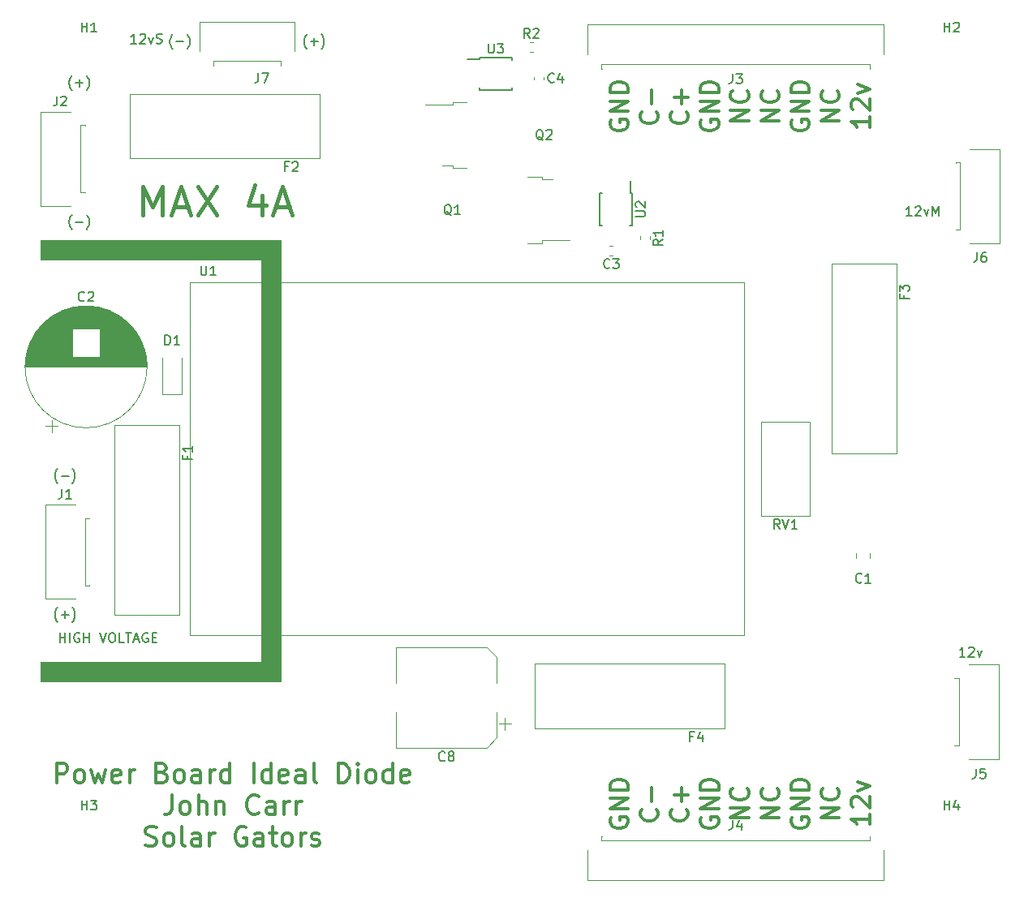
<source format=gbr>
G04 #@! TF.GenerationSoftware,KiCad,Pcbnew,(5.1.4)-1*
G04 #@! TF.CreationDate,2021-12-07T11:14:46-05:00*
G04 #@! TF.ProjectId,PowerBoard,506f7765-7242-46f6-9172-642e6b696361,rev?*
G04 #@! TF.SameCoordinates,Original*
G04 #@! TF.FileFunction,Legend,Top*
G04 #@! TF.FilePolarity,Positive*
%FSLAX46Y46*%
G04 Gerber Fmt 4.6, Leading zero omitted, Abs format (unit mm)*
G04 Created by KiCad (PCBNEW (5.1.4)-1) date 2021-12-07 11:14:46*
%MOMM*%
%LPD*%
G04 APERTURE LIST*
%ADD10C,0.300000*%
%ADD11C,0.450000*%
%ADD12C,0.150000*%
%ADD13C,0.100000*%
%ADD14C,0.120000*%
G04 APERTURE END LIST*
D10*
X61619047Y-114604761D02*
X61619047Y-112604761D01*
X62380952Y-112604761D01*
X62571428Y-112700000D01*
X62666666Y-112795238D01*
X62761904Y-112985714D01*
X62761904Y-113271428D01*
X62666666Y-113461904D01*
X62571428Y-113557142D01*
X62380952Y-113652380D01*
X61619047Y-113652380D01*
X63904761Y-114604761D02*
X63714285Y-114509523D01*
X63619047Y-114414285D01*
X63523809Y-114223809D01*
X63523809Y-113652380D01*
X63619047Y-113461904D01*
X63714285Y-113366666D01*
X63904761Y-113271428D01*
X64190476Y-113271428D01*
X64380952Y-113366666D01*
X64476190Y-113461904D01*
X64571428Y-113652380D01*
X64571428Y-114223809D01*
X64476190Y-114414285D01*
X64380952Y-114509523D01*
X64190476Y-114604761D01*
X63904761Y-114604761D01*
X65238095Y-113271428D02*
X65619047Y-114604761D01*
X66000000Y-113652380D01*
X66380952Y-114604761D01*
X66761904Y-113271428D01*
X68285714Y-114509523D02*
X68095238Y-114604761D01*
X67714285Y-114604761D01*
X67523809Y-114509523D01*
X67428571Y-114319047D01*
X67428571Y-113557142D01*
X67523809Y-113366666D01*
X67714285Y-113271428D01*
X68095238Y-113271428D01*
X68285714Y-113366666D01*
X68380952Y-113557142D01*
X68380952Y-113747619D01*
X67428571Y-113938095D01*
X69238095Y-114604761D02*
X69238095Y-113271428D01*
X69238095Y-113652380D02*
X69333333Y-113461904D01*
X69428571Y-113366666D01*
X69619047Y-113271428D01*
X69809523Y-113271428D01*
X72666666Y-113557142D02*
X72952380Y-113652380D01*
X73047619Y-113747619D01*
X73142857Y-113938095D01*
X73142857Y-114223809D01*
X73047619Y-114414285D01*
X72952380Y-114509523D01*
X72761904Y-114604761D01*
X72000000Y-114604761D01*
X72000000Y-112604761D01*
X72666666Y-112604761D01*
X72857142Y-112700000D01*
X72952380Y-112795238D01*
X73047619Y-112985714D01*
X73047619Y-113176190D01*
X72952380Y-113366666D01*
X72857142Y-113461904D01*
X72666666Y-113557142D01*
X72000000Y-113557142D01*
X74285714Y-114604761D02*
X74095238Y-114509523D01*
X74000000Y-114414285D01*
X73904761Y-114223809D01*
X73904761Y-113652380D01*
X74000000Y-113461904D01*
X74095238Y-113366666D01*
X74285714Y-113271428D01*
X74571428Y-113271428D01*
X74761904Y-113366666D01*
X74857142Y-113461904D01*
X74952380Y-113652380D01*
X74952380Y-114223809D01*
X74857142Y-114414285D01*
X74761904Y-114509523D01*
X74571428Y-114604761D01*
X74285714Y-114604761D01*
X76666666Y-114604761D02*
X76666666Y-113557142D01*
X76571428Y-113366666D01*
X76380952Y-113271428D01*
X76000000Y-113271428D01*
X75809523Y-113366666D01*
X76666666Y-114509523D02*
X76476190Y-114604761D01*
X76000000Y-114604761D01*
X75809523Y-114509523D01*
X75714285Y-114319047D01*
X75714285Y-114128571D01*
X75809523Y-113938095D01*
X76000000Y-113842857D01*
X76476190Y-113842857D01*
X76666666Y-113747619D01*
X77619047Y-114604761D02*
X77619047Y-113271428D01*
X77619047Y-113652380D02*
X77714285Y-113461904D01*
X77809523Y-113366666D01*
X78000000Y-113271428D01*
X78190476Y-113271428D01*
X79714285Y-114604761D02*
X79714285Y-112604761D01*
X79714285Y-114509523D02*
X79523809Y-114604761D01*
X79142857Y-114604761D01*
X78952380Y-114509523D01*
X78857142Y-114414285D01*
X78761904Y-114223809D01*
X78761904Y-113652380D01*
X78857142Y-113461904D01*
X78952380Y-113366666D01*
X79142857Y-113271428D01*
X79523809Y-113271428D01*
X79714285Y-113366666D01*
X82190476Y-114604761D02*
X82190476Y-112604761D01*
X84000000Y-114604761D02*
X84000000Y-112604761D01*
X84000000Y-114509523D02*
X83809523Y-114604761D01*
X83428571Y-114604761D01*
X83238095Y-114509523D01*
X83142857Y-114414285D01*
X83047619Y-114223809D01*
X83047619Y-113652380D01*
X83142857Y-113461904D01*
X83238095Y-113366666D01*
X83428571Y-113271428D01*
X83809523Y-113271428D01*
X84000000Y-113366666D01*
X85714285Y-114509523D02*
X85523809Y-114604761D01*
X85142857Y-114604761D01*
X84952380Y-114509523D01*
X84857142Y-114319047D01*
X84857142Y-113557142D01*
X84952380Y-113366666D01*
X85142857Y-113271428D01*
X85523809Y-113271428D01*
X85714285Y-113366666D01*
X85809523Y-113557142D01*
X85809523Y-113747619D01*
X84857142Y-113938095D01*
X87523809Y-114604761D02*
X87523809Y-113557142D01*
X87428571Y-113366666D01*
X87238095Y-113271428D01*
X86857142Y-113271428D01*
X86666666Y-113366666D01*
X87523809Y-114509523D02*
X87333333Y-114604761D01*
X86857142Y-114604761D01*
X86666666Y-114509523D01*
X86571428Y-114319047D01*
X86571428Y-114128571D01*
X86666666Y-113938095D01*
X86857142Y-113842857D01*
X87333333Y-113842857D01*
X87523809Y-113747619D01*
X88761904Y-114604761D02*
X88571428Y-114509523D01*
X88476190Y-114319047D01*
X88476190Y-112604761D01*
X91047619Y-114604761D02*
X91047619Y-112604761D01*
X91523809Y-112604761D01*
X91809523Y-112700000D01*
X92000000Y-112890476D01*
X92095238Y-113080952D01*
X92190476Y-113461904D01*
X92190476Y-113747619D01*
X92095238Y-114128571D01*
X92000000Y-114319047D01*
X91809523Y-114509523D01*
X91523809Y-114604761D01*
X91047619Y-114604761D01*
X93047619Y-114604761D02*
X93047619Y-113271428D01*
X93047619Y-112604761D02*
X92952380Y-112700000D01*
X93047619Y-112795238D01*
X93142857Y-112700000D01*
X93047619Y-112604761D01*
X93047619Y-112795238D01*
X94285714Y-114604761D02*
X94095238Y-114509523D01*
X94000000Y-114414285D01*
X93904761Y-114223809D01*
X93904761Y-113652380D01*
X94000000Y-113461904D01*
X94095238Y-113366666D01*
X94285714Y-113271428D01*
X94571428Y-113271428D01*
X94761904Y-113366666D01*
X94857142Y-113461904D01*
X94952380Y-113652380D01*
X94952380Y-114223809D01*
X94857142Y-114414285D01*
X94761904Y-114509523D01*
X94571428Y-114604761D01*
X94285714Y-114604761D01*
X96666666Y-114604761D02*
X96666666Y-112604761D01*
X96666666Y-114509523D02*
X96476190Y-114604761D01*
X96095238Y-114604761D01*
X95904761Y-114509523D01*
X95809523Y-114414285D01*
X95714285Y-114223809D01*
X95714285Y-113652380D01*
X95809523Y-113461904D01*
X95904761Y-113366666D01*
X96095238Y-113271428D01*
X96476190Y-113271428D01*
X96666666Y-113366666D01*
X98380952Y-114509523D02*
X98190476Y-114604761D01*
X97809523Y-114604761D01*
X97619047Y-114509523D01*
X97523809Y-114319047D01*
X97523809Y-113557142D01*
X97619047Y-113366666D01*
X97809523Y-113271428D01*
X98190476Y-113271428D01*
X98380952Y-113366666D01*
X98476190Y-113557142D01*
X98476190Y-113747619D01*
X97523809Y-113938095D01*
X73666666Y-115904761D02*
X73666666Y-117333333D01*
X73571428Y-117619047D01*
X73380952Y-117809523D01*
X73095238Y-117904761D01*
X72904761Y-117904761D01*
X74904761Y-117904761D02*
X74714285Y-117809523D01*
X74619047Y-117714285D01*
X74523809Y-117523809D01*
X74523809Y-116952380D01*
X74619047Y-116761904D01*
X74714285Y-116666666D01*
X74904761Y-116571428D01*
X75190476Y-116571428D01*
X75380952Y-116666666D01*
X75476190Y-116761904D01*
X75571428Y-116952380D01*
X75571428Y-117523809D01*
X75476190Y-117714285D01*
X75380952Y-117809523D01*
X75190476Y-117904761D01*
X74904761Y-117904761D01*
X76428571Y-117904761D02*
X76428571Y-115904761D01*
X77285714Y-117904761D02*
X77285714Y-116857142D01*
X77190476Y-116666666D01*
X77000000Y-116571428D01*
X76714285Y-116571428D01*
X76523809Y-116666666D01*
X76428571Y-116761904D01*
X78238095Y-116571428D02*
X78238095Y-117904761D01*
X78238095Y-116761904D02*
X78333333Y-116666666D01*
X78523809Y-116571428D01*
X78809523Y-116571428D01*
X79000000Y-116666666D01*
X79095238Y-116857142D01*
X79095238Y-117904761D01*
X82714285Y-117714285D02*
X82619047Y-117809523D01*
X82333333Y-117904761D01*
X82142857Y-117904761D01*
X81857142Y-117809523D01*
X81666666Y-117619047D01*
X81571428Y-117428571D01*
X81476190Y-117047619D01*
X81476190Y-116761904D01*
X81571428Y-116380952D01*
X81666666Y-116190476D01*
X81857142Y-116000000D01*
X82142857Y-115904761D01*
X82333333Y-115904761D01*
X82619047Y-116000000D01*
X82714285Y-116095238D01*
X84428571Y-117904761D02*
X84428571Y-116857142D01*
X84333333Y-116666666D01*
X84142857Y-116571428D01*
X83761904Y-116571428D01*
X83571428Y-116666666D01*
X84428571Y-117809523D02*
X84238095Y-117904761D01*
X83761904Y-117904761D01*
X83571428Y-117809523D01*
X83476190Y-117619047D01*
X83476190Y-117428571D01*
X83571428Y-117238095D01*
X83761904Y-117142857D01*
X84238095Y-117142857D01*
X84428571Y-117047619D01*
X85380952Y-117904761D02*
X85380952Y-116571428D01*
X85380952Y-116952380D02*
X85476190Y-116761904D01*
X85571428Y-116666666D01*
X85761904Y-116571428D01*
X85952380Y-116571428D01*
X86619047Y-117904761D02*
X86619047Y-116571428D01*
X86619047Y-116952380D02*
X86714285Y-116761904D01*
X86809523Y-116666666D01*
X87000000Y-116571428D01*
X87190476Y-116571428D01*
X70904761Y-121109523D02*
X71190476Y-121204761D01*
X71666666Y-121204761D01*
X71857142Y-121109523D01*
X71952380Y-121014285D01*
X72047619Y-120823809D01*
X72047619Y-120633333D01*
X71952380Y-120442857D01*
X71857142Y-120347619D01*
X71666666Y-120252380D01*
X71285714Y-120157142D01*
X71095238Y-120061904D01*
X71000000Y-119966666D01*
X70904761Y-119776190D01*
X70904761Y-119585714D01*
X71000000Y-119395238D01*
X71095238Y-119300000D01*
X71285714Y-119204761D01*
X71761904Y-119204761D01*
X72047619Y-119300000D01*
X73190476Y-121204761D02*
X73000000Y-121109523D01*
X72904761Y-121014285D01*
X72809523Y-120823809D01*
X72809523Y-120252380D01*
X72904761Y-120061904D01*
X73000000Y-119966666D01*
X73190476Y-119871428D01*
X73476190Y-119871428D01*
X73666666Y-119966666D01*
X73761904Y-120061904D01*
X73857142Y-120252380D01*
X73857142Y-120823809D01*
X73761904Y-121014285D01*
X73666666Y-121109523D01*
X73476190Y-121204761D01*
X73190476Y-121204761D01*
X75000000Y-121204761D02*
X74809523Y-121109523D01*
X74714285Y-120919047D01*
X74714285Y-119204761D01*
X76619047Y-121204761D02*
X76619047Y-120157142D01*
X76523809Y-119966666D01*
X76333333Y-119871428D01*
X75952380Y-119871428D01*
X75761904Y-119966666D01*
X76619047Y-121109523D02*
X76428571Y-121204761D01*
X75952380Y-121204761D01*
X75761904Y-121109523D01*
X75666666Y-120919047D01*
X75666666Y-120728571D01*
X75761904Y-120538095D01*
X75952380Y-120442857D01*
X76428571Y-120442857D01*
X76619047Y-120347619D01*
X77571428Y-121204761D02*
X77571428Y-119871428D01*
X77571428Y-120252380D02*
X77666666Y-120061904D01*
X77761904Y-119966666D01*
X77952380Y-119871428D01*
X78142857Y-119871428D01*
X81380952Y-119300000D02*
X81190476Y-119204761D01*
X80904761Y-119204761D01*
X80619047Y-119300000D01*
X80428571Y-119490476D01*
X80333333Y-119680952D01*
X80238095Y-120061904D01*
X80238095Y-120347619D01*
X80333333Y-120728571D01*
X80428571Y-120919047D01*
X80619047Y-121109523D01*
X80904761Y-121204761D01*
X81095238Y-121204761D01*
X81380952Y-121109523D01*
X81476190Y-121014285D01*
X81476190Y-120347619D01*
X81095238Y-120347619D01*
X83190476Y-121204761D02*
X83190476Y-120157142D01*
X83095238Y-119966666D01*
X82904761Y-119871428D01*
X82523809Y-119871428D01*
X82333333Y-119966666D01*
X83190476Y-121109523D02*
X83000000Y-121204761D01*
X82523809Y-121204761D01*
X82333333Y-121109523D01*
X82238095Y-120919047D01*
X82238095Y-120728571D01*
X82333333Y-120538095D01*
X82523809Y-120442857D01*
X83000000Y-120442857D01*
X83190476Y-120347619D01*
X83857142Y-119871428D02*
X84619047Y-119871428D01*
X84142857Y-119204761D02*
X84142857Y-120919047D01*
X84238095Y-121109523D01*
X84428571Y-121204761D01*
X84619047Y-121204761D01*
X85571428Y-121204761D02*
X85380952Y-121109523D01*
X85285714Y-121014285D01*
X85190476Y-120823809D01*
X85190476Y-120252380D01*
X85285714Y-120061904D01*
X85380952Y-119966666D01*
X85571428Y-119871428D01*
X85857142Y-119871428D01*
X86047619Y-119966666D01*
X86142857Y-120061904D01*
X86238095Y-120252380D01*
X86238095Y-120823809D01*
X86142857Y-121014285D01*
X86047619Y-121109523D01*
X85857142Y-121204761D01*
X85571428Y-121204761D01*
X87095238Y-121204761D02*
X87095238Y-119871428D01*
X87095238Y-120252380D02*
X87190476Y-120061904D01*
X87285714Y-119966666D01*
X87476190Y-119871428D01*
X87666666Y-119871428D01*
X88238095Y-121109523D02*
X88428571Y-121204761D01*
X88809523Y-121204761D01*
X89000000Y-121109523D01*
X89095238Y-120919047D01*
X89095238Y-120823809D01*
X89000000Y-120633333D01*
X88809523Y-120538095D01*
X88523809Y-120538095D01*
X88333333Y-120442857D01*
X88238095Y-120252380D01*
X88238095Y-120157142D01*
X88333333Y-119966666D01*
X88523809Y-119871428D01*
X88809523Y-119871428D01*
X89000000Y-119966666D01*
D11*
X70628571Y-55357142D02*
X70628571Y-52357142D01*
X71628571Y-54500000D01*
X72628571Y-52357142D01*
X72628571Y-55357142D01*
X73914285Y-54500000D02*
X75342857Y-54500000D01*
X73628571Y-55357142D02*
X74628571Y-52357142D01*
X75628571Y-55357142D01*
X76342857Y-52357142D02*
X78342857Y-55357142D01*
X78342857Y-52357142D02*
X76342857Y-55357142D01*
X83057142Y-53357142D02*
X83057142Y-55357142D01*
X82342857Y-52214285D02*
X81628571Y-54357142D01*
X83485714Y-54357142D01*
X84485714Y-54500000D02*
X85914285Y-54500000D01*
X84200000Y-55357142D02*
X85200000Y-52357142D01*
X86200000Y-55357142D01*
D12*
X69952380Y-37452380D02*
X69380952Y-37452380D01*
X69666666Y-37452380D02*
X69666666Y-36452380D01*
X69571428Y-36595238D01*
X69476190Y-36690476D01*
X69380952Y-36738095D01*
X70333333Y-36547619D02*
X70380952Y-36500000D01*
X70476190Y-36452380D01*
X70714285Y-36452380D01*
X70809523Y-36500000D01*
X70857142Y-36547619D01*
X70904761Y-36642857D01*
X70904761Y-36738095D01*
X70857142Y-36880952D01*
X70285714Y-37452380D01*
X70904761Y-37452380D01*
X71238095Y-36785714D02*
X71476190Y-37452380D01*
X71714285Y-36785714D01*
X72047619Y-37404761D02*
X72190476Y-37452380D01*
X72428571Y-37452380D01*
X72523809Y-37404761D01*
X72571428Y-37357142D01*
X72619047Y-37261904D01*
X72619047Y-37166666D01*
X72571428Y-37071428D01*
X72523809Y-37023809D01*
X72428571Y-36976190D01*
X72238095Y-36928571D01*
X72142857Y-36880952D01*
X72095238Y-36833333D01*
X72047619Y-36738095D01*
X72047619Y-36642857D01*
X72095238Y-36547619D01*
X72142857Y-36500000D01*
X72238095Y-36452380D01*
X72476190Y-36452380D01*
X72619047Y-36500000D01*
X156428571Y-101452380D02*
X155857142Y-101452380D01*
X156142857Y-101452380D02*
X156142857Y-100452380D01*
X156047619Y-100595238D01*
X155952380Y-100690476D01*
X155857142Y-100738095D01*
X156809523Y-100547619D02*
X156857142Y-100500000D01*
X156952380Y-100452380D01*
X157190476Y-100452380D01*
X157285714Y-100500000D01*
X157333333Y-100547619D01*
X157380952Y-100642857D01*
X157380952Y-100738095D01*
X157333333Y-100880952D01*
X156761904Y-101452380D01*
X157380952Y-101452380D01*
X157714285Y-100785714D02*
X157952380Y-101452380D01*
X158190476Y-100785714D01*
X150857142Y-55452380D02*
X150285714Y-55452380D01*
X150571428Y-55452380D02*
X150571428Y-54452380D01*
X150476190Y-54595238D01*
X150380952Y-54690476D01*
X150285714Y-54738095D01*
X151238095Y-54547619D02*
X151285714Y-54500000D01*
X151380952Y-54452380D01*
X151619047Y-54452380D01*
X151714285Y-54500000D01*
X151761904Y-54547619D01*
X151809523Y-54642857D01*
X151809523Y-54738095D01*
X151761904Y-54880952D01*
X151190476Y-55452380D01*
X151809523Y-55452380D01*
X152142857Y-54785714D02*
X152380952Y-55452380D01*
X152619047Y-54785714D01*
X153000000Y-55452380D02*
X153000000Y-54452380D01*
X153333333Y-55166666D01*
X153666666Y-54452380D01*
X153666666Y-55452380D01*
D10*
X119450000Y-45447619D02*
X119359523Y-45628571D01*
X119359523Y-45900000D01*
X119450000Y-46171428D01*
X119630952Y-46352380D01*
X119811904Y-46442857D01*
X120173809Y-46533333D01*
X120445238Y-46533333D01*
X120807142Y-46442857D01*
X120988095Y-46352380D01*
X121169047Y-46171428D01*
X121259523Y-45900000D01*
X121259523Y-45719047D01*
X121169047Y-45447619D01*
X121078571Y-45357142D01*
X120445238Y-45357142D01*
X120445238Y-45719047D01*
X121259523Y-44542857D02*
X119359523Y-44542857D01*
X121259523Y-43457142D01*
X119359523Y-43457142D01*
X121259523Y-42552380D02*
X119359523Y-42552380D01*
X119359523Y-42100000D01*
X119450000Y-41828571D01*
X119630952Y-41647619D01*
X119811904Y-41557142D01*
X120173809Y-41466666D01*
X120445238Y-41466666D01*
X120807142Y-41557142D01*
X120988095Y-41647619D01*
X121169047Y-41828571D01*
X121259523Y-42100000D01*
X121259523Y-42552380D01*
X124228571Y-44588095D02*
X124319047Y-44678571D01*
X124409523Y-44950000D01*
X124409523Y-45130952D01*
X124319047Y-45402380D01*
X124138095Y-45583333D01*
X123957142Y-45673809D01*
X123595238Y-45764285D01*
X123323809Y-45764285D01*
X122961904Y-45673809D01*
X122780952Y-45583333D01*
X122600000Y-45402380D01*
X122509523Y-45130952D01*
X122509523Y-44950000D01*
X122600000Y-44678571D01*
X122690476Y-44588095D01*
X123685714Y-43773809D02*
X123685714Y-42326190D01*
X127378571Y-44588095D02*
X127469047Y-44678571D01*
X127559523Y-44950000D01*
X127559523Y-45130952D01*
X127469047Y-45402380D01*
X127288095Y-45583333D01*
X127107142Y-45673809D01*
X126745238Y-45764285D01*
X126473809Y-45764285D01*
X126111904Y-45673809D01*
X125930952Y-45583333D01*
X125750000Y-45402380D01*
X125659523Y-45130952D01*
X125659523Y-44950000D01*
X125750000Y-44678571D01*
X125840476Y-44588095D01*
X126835714Y-43773809D02*
X126835714Y-42326190D01*
X127559523Y-43050000D02*
X126111904Y-43050000D01*
X128900000Y-45447619D02*
X128809523Y-45628571D01*
X128809523Y-45900000D01*
X128900000Y-46171428D01*
X129080952Y-46352380D01*
X129261904Y-46442857D01*
X129623809Y-46533333D01*
X129895238Y-46533333D01*
X130257142Y-46442857D01*
X130438095Y-46352380D01*
X130619047Y-46171428D01*
X130709523Y-45900000D01*
X130709523Y-45719047D01*
X130619047Y-45447619D01*
X130528571Y-45357142D01*
X129895238Y-45357142D01*
X129895238Y-45719047D01*
X130709523Y-44542857D02*
X128809523Y-44542857D01*
X130709523Y-43457142D01*
X128809523Y-43457142D01*
X130709523Y-42552380D02*
X128809523Y-42552380D01*
X128809523Y-42100000D01*
X128900000Y-41828571D01*
X129080952Y-41647619D01*
X129261904Y-41557142D01*
X129623809Y-41466666D01*
X129895238Y-41466666D01*
X130257142Y-41557142D01*
X130438095Y-41647619D01*
X130619047Y-41828571D01*
X130709523Y-42100000D01*
X130709523Y-42552380D01*
X133859523Y-45492857D02*
X131959523Y-45492857D01*
X133859523Y-44407142D01*
X131959523Y-44407142D01*
X133678571Y-42416666D02*
X133769047Y-42507142D01*
X133859523Y-42778571D01*
X133859523Y-42959523D01*
X133769047Y-43230952D01*
X133588095Y-43411904D01*
X133407142Y-43502380D01*
X133045238Y-43592857D01*
X132773809Y-43592857D01*
X132411904Y-43502380D01*
X132230952Y-43411904D01*
X132050000Y-43230952D01*
X131959523Y-42959523D01*
X131959523Y-42778571D01*
X132050000Y-42507142D01*
X132140476Y-42416666D01*
X137009523Y-45492857D02*
X135109523Y-45492857D01*
X137009523Y-44407142D01*
X135109523Y-44407142D01*
X136828571Y-42416666D02*
X136919047Y-42507142D01*
X137009523Y-42778571D01*
X137009523Y-42959523D01*
X136919047Y-43230952D01*
X136738095Y-43411904D01*
X136557142Y-43502380D01*
X136195238Y-43592857D01*
X135923809Y-43592857D01*
X135561904Y-43502380D01*
X135380952Y-43411904D01*
X135200000Y-43230952D01*
X135109523Y-42959523D01*
X135109523Y-42778571D01*
X135200000Y-42507142D01*
X135290476Y-42416666D01*
X138350000Y-45447619D02*
X138259523Y-45628571D01*
X138259523Y-45900000D01*
X138350000Y-46171428D01*
X138530952Y-46352380D01*
X138711904Y-46442857D01*
X139073809Y-46533333D01*
X139345238Y-46533333D01*
X139707142Y-46442857D01*
X139888095Y-46352380D01*
X140069047Y-46171428D01*
X140159523Y-45900000D01*
X140159523Y-45719047D01*
X140069047Y-45447619D01*
X139978571Y-45357142D01*
X139345238Y-45357142D01*
X139345238Y-45719047D01*
X140159523Y-44542857D02*
X138259523Y-44542857D01*
X140159523Y-43457142D01*
X138259523Y-43457142D01*
X140159523Y-42552380D02*
X138259523Y-42552380D01*
X138259523Y-42100000D01*
X138350000Y-41828571D01*
X138530952Y-41647619D01*
X138711904Y-41557142D01*
X139073809Y-41466666D01*
X139345238Y-41466666D01*
X139707142Y-41557142D01*
X139888095Y-41647619D01*
X140069047Y-41828571D01*
X140159523Y-42100000D01*
X140159523Y-42552380D01*
X143309523Y-45492857D02*
X141409523Y-45492857D01*
X143309523Y-44407142D01*
X141409523Y-44407142D01*
X143128571Y-42416666D02*
X143219047Y-42507142D01*
X143309523Y-42778571D01*
X143309523Y-42959523D01*
X143219047Y-43230952D01*
X143038095Y-43411904D01*
X142857142Y-43502380D01*
X142495238Y-43592857D01*
X142223809Y-43592857D01*
X141861904Y-43502380D01*
X141680952Y-43411904D01*
X141500000Y-43230952D01*
X141409523Y-42959523D01*
X141409523Y-42778571D01*
X141500000Y-42507142D01*
X141590476Y-42416666D01*
X146459523Y-45085714D02*
X146459523Y-46171428D01*
X146459523Y-45628571D02*
X144559523Y-45628571D01*
X144830952Y-45809523D01*
X145011904Y-45990476D01*
X145102380Y-46171428D01*
X144740476Y-44361904D02*
X144650000Y-44271428D01*
X144559523Y-44090476D01*
X144559523Y-43638095D01*
X144650000Y-43457142D01*
X144740476Y-43366666D01*
X144921428Y-43276190D01*
X145102380Y-43276190D01*
X145373809Y-43366666D01*
X146459523Y-44452380D01*
X146459523Y-43276190D01*
X145192857Y-42642857D02*
X146459523Y-42190476D01*
X145192857Y-41738095D01*
X119450000Y-118247619D02*
X119359523Y-118428571D01*
X119359523Y-118700000D01*
X119450000Y-118971428D01*
X119630952Y-119152380D01*
X119811904Y-119242857D01*
X120173809Y-119333333D01*
X120445238Y-119333333D01*
X120807142Y-119242857D01*
X120988095Y-119152380D01*
X121169047Y-118971428D01*
X121259523Y-118700000D01*
X121259523Y-118519047D01*
X121169047Y-118247619D01*
X121078571Y-118157142D01*
X120445238Y-118157142D01*
X120445238Y-118519047D01*
X121259523Y-117342857D02*
X119359523Y-117342857D01*
X121259523Y-116257142D01*
X119359523Y-116257142D01*
X121259523Y-115352380D02*
X119359523Y-115352380D01*
X119359523Y-114900000D01*
X119450000Y-114628571D01*
X119630952Y-114447619D01*
X119811904Y-114357142D01*
X120173809Y-114266666D01*
X120445238Y-114266666D01*
X120807142Y-114357142D01*
X120988095Y-114447619D01*
X121169047Y-114628571D01*
X121259523Y-114900000D01*
X121259523Y-115352380D01*
X124228571Y-117388095D02*
X124319047Y-117478571D01*
X124409523Y-117750000D01*
X124409523Y-117930952D01*
X124319047Y-118202380D01*
X124138095Y-118383333D01*
X123957142Y-118473809D01*
X123595238Y-118564285D01*
X123323809Y-118564285D01*
X122961904Y-118473809D01*
X122780952Y-118383333D01*
X122600000Y-118202380D01*
X122509523Y-117930952D01*
X122509523Y-117750000D01*
X122600000Y-117478571D01*
X122690476Y-117388095D01*
X123685714Y-116573809D02*
X123685714Y-115126190D01*
X127378571Y-117388095D02*
X127469047Y-117478571D01*
X127559523Y-117750000D01*
X127559523Y-117930952D01*
X127469047Y-118202380D01*
X127288095Y-118383333D01*
X127107142Y-118473809D01*
X126745238Y-118564285D01*
X126473809Y-118564285D01*
X126111904Y-118473809D01*
X125930952Y-118383333D01*
X125750000Y-118202380D01*
X125659523Y-117930952D01*
X125659523Y-117750000D01*
X125750000Y-117478571D01*
X125840476Y-117388095D01*
X126835714Y-116573809D02*
X126835714Y-115126190D01*
X127559523Y-115850000D02*
X126111904Y-115850000D01*
X128900000Y-118247619D02*
X128809523Y-118428571D01*
X128809523Y-118700000D01*
X128900000Y-118971428D01*
X129080952Y-119152380D01*
X129261904Y-119242857D01*
X129623809Y-119333333D01*
X129895238Y-119333333D01*
X130257142Y-119242857D01*
X130438095Y-119152380D01*
X130619047Y-118971428D01*
X130709523Y-118700000D01*
X130709523Y-118519047D01*
X130619047Y-118247619D01*
X130528571Y-118157142D01*
X129895238Y-118157142D01*
X129895238Y-118519047D01*
X130709523Y-117342857D02*
X128809523Y-117342857D01*
X130709523Y-116257142D01*
X128809523Y-116257142D01*
X130709523Y-115352380D02*
X128809523Y-115352380D01*
X128809523Y-114900000D01*
X128900000Y-114628571D01*
X129080952Y-114447619D01*
X129261904Y-114357142D01*
X129623809Y-114266666D01*
X129895238Y-114266666D01*
X130257142Y-114357142D01*
X130438095Y-114447619D01*
X130619047Y-114628571D01*
X130709523Y-114900000D01*
X130709523Y-115352380D01*
X133859523Y-118292857D02*
X131959523Y-118292857D01*
X133859523Y-117207142D01*
X131959523Y-117207142D01*
X133678571Y-115216666D02*
X133769047Y-115307142D01*
X133859523Y-115578571D01*
X133859523Y-115759523D01*
X133769047Y-116030952D01*
X133588095Y-116211904D01*
X133407142Y-116302380D01*
X133045238Y-116392857D01*
X132773809Y-116392857D01*
X132411904Y-116302380D01*
X132230952Y-116211904D01*
X132050000Y-116030952D01*
X131959523Y-115759523D01*
X131959523Y-115578571D01*
X132050000Y-115307142D01*
X132140476Y-115216666D01*
X137009523Y-118292857D02*
X135109523Y-118292857D01*
X137009523Y-117207142D01*
X135109523Y-117207142D01*
X136828571Y-115216666D02*
X136919047Y-115307142D01*
X137009523Y-115578571D01*
X137009523Y-115759523D01*
X136919047Y-116030952D01*
X136738095Y-116211904D01*
X136557142Y-116302380D01*
X136195238Y-116392857D01*
X135923809Y-116392857D01*
X135561904Y-116302380D01*
X135380952Y-116211904D01*
X135200000Y-116030952D01*
X135109523Y-115759523D01*
X135109523Y-115578571D01*
X135200000Y-115307142D01*
X135290476Y-115216666D01*
X138350000Y-118247619D02*
X138259523Y-118428571D01*
X138259523Y-118700000D01*
X138350000Y-118971428D01*
X138530952Y-119152380D01*
X138711904Y-119242857D01*
X139073809Y-119333333D01*
X139345238Y-119333333D01*
X139707142Y-119242857D01*
X139888095Y-119152380D01*
X140069047Y-118971428D01*
X140159523Y-118700000D01*
X140159523Y-118519047D01*
X140069047Y-118247619D01*
X139978571Y-118157142D01*
X139345238Y-118157142D01*
X139345238Y-118519047D01*
X140159523Y-117342857D02*
X138259523Y-117342857D01*
X140159523Y-116257142D01*
X138259523Y-116257142D01*
X140159523Y-115352380D02*
X138259523Y-115352380D01*
X138259523Y-114900000D01*
X138350000Y-114628571D01*
X138530952Y-114447619D01*
X138711904Y-114357142D01*
X139073809Y-114266666D01*
X139345238Y-114266666D01*
X139707142Y-114357142D01*
X139888095Y-114447619D01*
X140069047Y-114628571D01*
X140159523Y-114900000D01*
X140159523Y-115352380D01*
X143309523Y-118292857D02*
X141409523Y-118292857D01*
X143309523Y-117207142D01*
X141409523Y-117207142D01*
X143128571Y-115216666D02*
X143219047Y-115307142D01*
X143309523Y-115578571D01*
X143309523Y-115759523D01*
X143219047Y-116030952D01*
X143038095Y-116211904D01*
X142857142Y-116302380D01*
X142495238Y-116392857D01*
X142223809Y-116392857D01*
X141861904Y-116302380D01*
X141680952Y-116211904D01*
X141500000Y-116030952D01*
X141409523Y-115759523D01*
X141409523Y-115578571D01*
X141500000Y-115307142D01*
X141590476Y-115216666D01*
X146459523Y-117885714D02*
X146459523Y-118971428D01*
X146459523Y-118428571D02*
X144559523Y-118428571D01*
X144830952Y-118609523D01*
X145011904Y-118790476D01*
X145102380Y-118971428D01*
X144740476Y-117161904D02*
X144650000Y-117071428D01*
X144559523Y-116890476D01*
X144559523Y-116438095D01*
X144650000Y-116257142D01*
X144740476Y-116166666D01*
X144921428Y-116076190D01*
X145102380Y-116076190D01*
X145373809Y-116166666D01*
X146459523Y-117252380D01*
X146459523Y-116076190D01*
X145192857Y-115442857D02*
X146459523Y-114990476D01*
X145192857Y-114538095D01*
D12*
X73738095Y-38033333D02*
X73690476Y-37985714D01*
X73595238Y-37842857D01*
X73547619Y-37747619D01*
X73500000Y-37604761D01*
X73452380Y-37366666D01*
X73452380Y-37176190D01*
X73500000Y-36938095D01*
X73547619Y-36795238D01*
X73595238Y-36700000D01*
X73690476Y-36557142D01*
X73738095Y-36509523D01*
X74119047Y-37271428D02*
X74880952Y-37271428D01*
X75261904Y-38033333D02*
X75309523Y-37985714D01*
X75404761Y-37842857D01*
X75452380Y-37747619D01*
X75500000Y-37604761D01*
X75547619Y-37366666D01*
X75547619Y-37176190D01*
X75500000Y-36938095D01*
X75452380Y-36795238D01*
X75404761Y-36700000D01*
X75309523Y-36557142D01*
X75261904Y-36509523D01*
X87738095Y-38033333D02*
X87690476Y-37985714D01*
X87595238Y-37842857D01*
X87547619Y-37747619D01*
X87500000Y-37604761D01*
X87452380Y-37366666D01*
X87452380Y-37176190D01*
X87500000Y-36938095D01*
X87547619Y-36795238D01*
X87595238Y-36700000D01*
X87690476Y-36557142D01*
X87738095Y-36509523D01*
X88119047Y-37271428D02*
X88880952Y-37271428D01*
X88500000Y-37652380D02*
X88500000Y-36890476D01*
X89261904Y-38033333D02*
X89309523Y-37985714D01*
X89404761Y-37842857D01*
X89452380Y-37747619D01*
X89500000Y-37604761D01*
X89547619Y-37366666D01*
X89547619Y-37176190D01*
X89500000Y-36938095D01*
X89452380Y-36795238D01*
X89404761Y-36700000D01*
X89309523Y-36557142D01*
X89261904Y-36509523D01*
D13*
G36*
X85000000Y-104000000D02*
G01*
X60000000Y-104000000D01*
X60000000Y-102000000D01*
X83000000Y-102000000D01*
X83000000Y-60000000D01*
X60000000Y-60000000D01*
X60000000Y-58000000D01*
X85000000Y-58000000D01*
X85000000Y-104000000D01*
G37*
X85000000Y-104000000D02*
X60000000Y-104000000D01*
X60000000Y-102000000D01*
X83000000Y-102000000D01*
X83000000Y-60000000D01*
X60000000Y-60000000D01*
X60000000Y-58000000D01*
X85000000Y-58000000D01*
X85000000Y-104000000D01*
D12*
X63238095Y-42333333D02*
X63190476Y-42285714D01*
X63095238Y-42142857D01*
X63047619Y-42047619D01*
X63000000Y-41904761D01*
X62952380Y-41666666D01*
X62952380Y-41476190D01*
X63000000Y-41238095D01*
X63047619Y-41095238D01*
X63095238Y-41000000D01*
X63190476Y-40857142D01*
X63238095Y-40809523D01*
X63619047Y-41571428D02*
X64380952Y-41571428D01*
X64000000Y-41952380D02*
X64000000Y-41190476D01*
X64761904Y-42333333D02*
X64809523Y-42285714D01*
X64904761Y-42142857D01*
X64952380Y-42047619D01*
X65000000Y-41904761D01*
X65047619Y-41666666D01*
X65047619Y-41476190D01*
X65000000Y-41238095D01*
X64952380Y-41095238D01*
X64904761Y-41000000D01*
X64809523Y-40857142D01*
X64761904Y-40809523D01*
X63238095Y-56833333D02*
X63190476Y-56785714D01*
X63095238Y-56642857D01*
X63047619Y-56547619D01*
X63000000Y-56404761D01*
X62952380Y-56166666D01*
X62952380Y-55976190D01*
X63000000Y-55738095D01*
X63047619Y-55595238D01*
X63095238Y-55500000D01*
X63190476Y-55357142D01*
X63238095Y-55309523D01*
X63619047Y-56071428D02*
X64380952Y-56071428D01*
X64761904Y-56833333D02*
X64809523Y-56785714D01*
X64904761Y-56642857D01*
X64952380Y-56547619D01*
X65000000Y-56404761D01*
X65047619Y-56166666D01*
X65047619Y-55976190D01*
X65000000Y-55738095D01*
X64952380Y-55595238D01*
X64904761Y-55500000D01*
X64809523Y-55357142D01*
X64761904Y-55309523D01*
X61738095Y-97833333D02*
X61690476Y-97785714D01*
X61595238Y-97642857D01*
X61547619Y-97547619D01*
X61500000Y-97404761D01*
X61452380Y-97166666D01*
X61452380Y-96976190D01*
X61500000Y-96738095D01*
X61547619Y-96595238D01*
X61595238Y-96500000D01*
X61690476Y-96357142D01*
X61738095Y-96309523D01*
X62119047Y-97071428D02*
X62880952Y-97071428D01*
X62500000Y-97452380D02*
X62500000Y-96690476D01*
X63261904Y-97833333D02*
X63309523Y-97785714D01*
X63404761Y-97642857D01*
X63452380Y-97547619D01*
X63500000Y-97404761D01*
X63547619Y-97166666D01*
X63547619Y-96976190D01*
X63500000Y-96738095D01*
X63452380Y-96595238D01*
X63404761Y-96500000D01*
X63309523Y-96357142D01*
X63261904Y-96309523D01*
X61738095Y-83333333D02*
X61690476Y-83285714D01*
X61595238Y-83142857D01*
X61547619Y-83047619D01*
X61500000Y-82904761D01*
X61452380Y-82666666D01*
X61452380Y-82476190D01*
X61500000Y-82238095D01*
X61547619Y-82095238D01*
X61595238Y-82000000D01*
X61690476Y-81857142D01*
X61738095Y-81809523D01*
X62119047Y-82571428D02*
X62880952Y-82571428D01*
X63261904Y-83333333D02*
X63309523Y-83285714D01*
X63404761Y-83142857D01*
X63452380Y-83047619D01*
X63500000Y-82904761D01*
X63547619Y-82666666D01*
X63547619Y-82476190D01*
X63500000Y-82238095D01*
X63452380Y-82095238D01*
X63404761Y-82000000D01*
X63309523Y-81857142D01*
X63261904Y-81809523D01*
X61952380Y-99952380D02*
X61952380Y-98952380D01*
X61952380Y-99428571D02*
X62523809Y-99428571D01*
X62523809Y-99952380D02*
X62523809Y-98952380D01*
X63000000Y-99952380D02*
X63000000Y-98952380D01*
X64000000Y-99000000D02*
X63904761Y-98952380D01*
X63761904Y-98952380D01*
X63619047Y-99000000D01*
X63523809Y-99095238D01*
X63476190Y-99190476D01*
X63428571Y-99380952D01*
X63428571Y-99523809D01*
X63476190Y-99714285D01*
X63523809Y-99809523D01*
X63619047Y-99904761D01*
X63761904Y-99952380D01*
X63857142Y-99952380D01*
X64000000Y-99904761D01*
X64047619Y-99857142D01*
X64047619Y-99523809D01*
X63857142Y-99523809D01*
X64476190Y-99952380D02*
X64476190Y-98952380D01*
X64476190Y-99428571D02*
X65047619Y-99428571D01*
X65047619Y-99952380D02*
X65047619Y-98952380D01*
X66142857Y-98952380D02*
X66476190Y-99952380D01*
X66809523Y-98952380D01*
X67333333Y-98952380D02*
X67523809Y-98952380D01*
X67619047Y-99000000D01*
X67714285Y-99095238D01*
X67761904Y-99285714D01*
X67761904Y-99619047D01*
X67714285Y-99809523D01*
X67619047Y-99904761D01*
X67523809Y-99952380D01*
X67333333Y-99952380D01*
X67238095Y-99904761D01*
X67142857Y-99809523D01*
X67095238Y-99619047D01*
X67095238Y-99285714D01*
X67142857Y-99095238D01*
X67238095Y-99000000D01*
X67333333Y-98952380D01*
X68666666Y-99952380D02*
X68190476Y-99952380D01*
X68190476Y-98952380D01*
X68857142Y-98952380D02*
X69428571Y-98952380D01*
X69142857Y-99952380D02*
X69142857Y-98952380D01*
X69714285Y-99666666D02*
X70190476Y-99666666D01*
X69619047Y-99952380D02*
X69952380Y-98952380D01*
X70285714Y-99952380D01*
X71142857Y-99000000D02*
X71047619Y-98952380D01*
X70904761Y-98952380D01*
X70761904Y-99000000D01*
X70666666Y-99095238D01*
X70619047Y-99190476D01*
X70571428Y-99380952D01*
X70571428Y-99523809D01*
X70619047Y-99714285D01*
X70666666Y-99809523D01*
X70761904Y-99904761D01*
X70904761Y-99952380D01*
X71000000Y-99952380D01*
X71142857Y-99904761D01*
X71190476Y-99857142D01*
X71190476Y-99523809D01*
X71000000Y-99523809D01*
X71619047Y-99428571D02*
X71952380Y-99428571D01*
X72095238Y-99952380D02*
X71619047Y-99952380D01*
X71619047Y-98952380D01*
X72095238Y-98952380D01*
D14*
X111540000Y-102200000D02*
X111540000Y-108950000D01*
X131350000Y-102200000D02*
X111540000Y-102200000D01*
X131350000Y-108950000D02*
X131350000Y-102200000D01*
X131350000Y-108950000D02*
X111540000Y-108950000D01*
X142500000Y-80260000D02*
X149250000Y-80260000D01*
X142500000Y-60450000D02*
X142500000Y-80260000D01*
X149250000Y-60450000D02*
X142500000Y-60450000D01*
X149250000Y-60450000D02*
X149250000Y-80260000D01*
X69240000Y-42700000D02*
X69240000Y-49450000D01*
X89050000Y-42700000D02*
X69240000Y-42700000D01*
X89050000Y-49450000D02*
X89050000Y-42700000D01*
X89050000Y-49450000D02*
X69240000Y-49450000D01*
X67700000Y-97060000D02*
X74450000Y-97060000D01*
X67700000Y-77250000D02*
X67700000Y-97060000D01*
X74450000Y-77250000D02*
X67700000Y-77250000D01*
X74450000Y-77250000D02*
X74450000Y-97060000D01*
X111440000Y-40924721D02*
X111440000Y-41250279D01*
X112460000Y-40924721D02*
X112460000Y-41250279D01*
X119675279Y-58540000D02*
X119349721Y-58540000D01*
X119675279Y-59560000D02*
X119349721Y-59560000D01*
D12*
X105775000Y-39100000D02*
X104525000Y-39100000D01*
X105775000Y-42275000D02*
X109125000Y-42275000D01*
X105775000Y-38925000D02*
X109125000Y-38925000D01*
X105775000Y-42275000D02*
X105775000Y-42025000D01*
X109125000Y-42275000D02*
X109125000Y-42025000D01*
X109125000Y-38925000D02*
X109125000Y-39175000D01*
X105775000Y-38925000D02*
X105775000Y-39100000D01*
X121500000Y-53075000D02*
X121500000Y-51825000D01*
X118325000Y-53075000D02*
X118325000Y-56425000D01*
X121675000Y-53075000D02*
X121675000Y-56425000D01*
X118325000Y-53075000D02*
X118575000Y-53075000D01*
X118325000Y-56425000D02*
X118575000Y-56425000D01*
X121675000Y-56425000D02*
X121425000Y-56425000D01*
X121675000Y-53075000D02*
X121500000Y-53075000D01*
D14*
X110999721Y-38360000D02*
X111325279Y-38360000D01*
X110999721Y-37340000D02*
X111325279Y-37340000D01*
X122490000Y-57574721D02*
X122490000Y-57900279D01*
X123510000Y-57574721D02*
X123510000Y-57900279D01*
X60500000Y-77392082D02*
X61750000Y-77392082D01*
X61125000Y-78017082D02*
X61125000Y-76767082D01*
X64383000Y-64839000D02*
X65017000Y-64839000D01*
X63943000Y-64879000D02*
X65457000Y-64879000D01*
X63672000Y-64919000D02*
X65728000Y-64919000D01*
X63459000Y-64959000D02*
X65941000Y-64959000D01*
X63278000Y-64999000D02*
X66122000Y-64999000D01*
X63117000Y-65039000D02*
X66283000Y-65039000D01*
X62972000Y-65079000D02*
X66428000Y-65079000D01*
X62839000Y-65119000D02*
X66561000Y-65119000D01*
X62716000Y-65159000D02*
X66684000Y-65159000D01*
X62600000Y-65199000D02*
X66800000Y-65199000D01*
X62491000Y-65239000D02*
X66909000Y-65239000D01*
X62388000Y-65279000D02*
X67012000Y-65279000D01*
X62290000Y-65319000D02*
X67110000Y-65319000D01*
X62196000Y-65359000D02*
X67204000Y-65359000D01*
X62106000Y-65399000D02*
X67294000Y-65399000D01*
X62019000Y-65439000D02*
X67381000Y-65439000D01*
X61936000Y-65479000D02*
X67464000Y-65479000D01*
X61856000Y-65519000D02*
X67544000Y-65519000D01*
X61779000Y-65559000D02*
X67621000Y-65559000D01*
X61704000Y-65599000D02*
X67696000Y-65599000D01*
X61631000Y-65639000D02*
X67769000Y-65639000D01*
X61560000Y-65679000D02*
X67840000Y-65679000D01*
X61492000Y-65719000D02*
X67908000Y-65719000D01*
X61425000Y-65759000D02*
X67975000Y-65759000D01*
X61361000Y-65799000D02*
X68039000Y-65799000D01*
X61298000Y-65839000D02*
X68102000Y-65839000D01*
X61236000Y-65879000D02*
X68164000Y-65879000D01*
X61176000Y-65919000D02*
X68224000Y-65919000D01*
X61117000Y-65959000D02*
X68283000Y-65959000D01*
X61060000Y-65999000D02*
X68340000Y-65999000D01*
X61004000Y-66039000D02*
X68396000Y-66039000D01*
X60950000Y-66079000D02*
X68450000Y-66079000D01*
X60896000Y-66119000D02*
X68504000Y-66119000D01*
X60844000Y-66159000D02*
X68556000Y-66159000D01*
X60793000Y-66199000D02*
X68607000Y-66199000D01*
X60743000Y-66239000D02*
X68657000Y-66239000D01*
X60693000Y-66279000D02*
X68707000Y-66279000D01*
X60645000Y-66319000D02*
X68755000Y-66319000D01*
X60598000Y-66359000D02*
X68802000Y-66359000D01*
X60552000Y-66399000D02*
X68848000Y-66399000D01*
X60506000Y-66439000D02*
X68894000Y-66439000D01*
X60462000Y-66479000D02*
X68938000Y-66479000D01*
X60418000Y-66519000D02*
X68982000Y-66519000D01*
X60375000Y-66559000D02*
X69025000Y-66559000D01*
X60333000Y-66599000D02*
X69067000Y-66599000D01*
X60292000Y-66639000D02*
X69108000Y-66639000D01*
X60251000Y-66679000D02*
X69149000Y-66679000D01*
X60211000Y-66719000D02*
X69189000Y-66719000D01*
X60172000Y-66759000D02*
X69228000Y-66759000D01*
X60133000Y-66799000D02*
X69267000Y-66799000D01*
X60095000Y-66839000D02*
X69305000Y-66839000D01*
X60058000Y-66879000D02*
X69342000Y-66879000D01*
X60022000Y-66919000D02*
X69378000Y-66919000D01*
X59986000Y-66959000D02*
X69414000Y-66959000D01*
X59950000Y-66999000D02*
X69450000Y-66999000D01*
X59915000Y-67039000D02*
X69485000Y-67039000D01*
X59881000Y-67079000D02*
X69519000Y-67079000D01*
X59848000Y-67119000D02*
X69552000Y-67119000D01*
X59815000Y-67159000D02*
X69585000Y-67159000D01*
X59782000Y-67199000D02*
X69618000Y-67199000D01*
X59750000Y-67239000D02*
X69650000Y-67239000D01*
X66140000Y-67279000D02*
X69682000Y-67279000D01*
X59718000Y-67279000D02*
X63260000Y-67279000D01*
X66140000Y-67319000D02*
X69712000Y-67319000D01*
X59688000Y-67319000D02*
X63260000Y-67319000D01*
X66140000Y-67359000D02*
X69743000Y-67359000D01*
X59657000Y-67359000D02*
X63260000Y-67359000D01*
X66140000Y-67399000D02*
X69773000Y-67399000D01*
X59627000Y-67399000D02*
X63260000Y-67399000D01*
X66140000Y-67439000D02*
X69802000Y-67439000D01*
X59598000Y-67439000D02*
X63260000Y-67439000D01*
X66140000Y-67479000D02*
X69831000Y-67479000D01*
X59569000Y-67479000D02*
X63260000Y-67479000D01*
X66140000Y-67519000D02*
X69860000Y-67519000D01*
X59540000Y-67519000D02*
X63260000Y-67519000D01*
X66140000Y-67559000D02*
X69888000Y-67559000D01*
X59512000Y-67559000D02*
X63260000Y-67559000D01*
X66140000Y-67599000D02*
X69916000Y-67599000D01*
X59484000Y-67599000D02*
X63260000Y-67599000D01*
X66140000Y-67639000D02*
X69943000Y-67639000D01*
X59457000Y-67639000D02*
X63260000Y-67639000D01*
X66140000Y-67679000D02*
X69970000Y-67679000D01*
X59430000Y-67679000D02*
X63260000Y-67679000D01*
X66140000Y-67719000D02*
X69996000Y-67719000D01*
X59404000Y-67719000D02*
X63260000Y-67719000D01*
X66140000Y-67759000D02*
X70022000Y-67759000D01*
X59378000Y-67759000D02*
X63260000Y-67759000D01*
X66140000Y-67799000D02*
X70047000Y-67799000D01*
X59353000Y-67799000D02*
X63260000Y-67799000D01*
X66140000Y-67839000D02*
X70072000Y-67839000D01*
X59328000Y-67839000D02*
X63260000Y-67839000D01*
X66140000Y-67879000D02*
X70097000Y-67879000D01*
X59303000Y-67879000D02*
X63260000Y-67879000D01*
X66140000Y-67919000D02*
X70121000Y-67919000D01*
X59279000Y-67919000D02*
X63260000Y-67919000D01*
X66140000Y-67959000D02*
X70145000Y-67959000D01*
X59255000Y-67959000D02*
X63260000Y-67959000D01*
X66140000Y-67999000D02*
X70168000Y-67999000D01*
X59232000Y-67999000D02*
X63260000Y-67999000D01*
X66140000Y-68039000D02*
X70191000Y-68039000D01*
X59209000Y-68039000D02*
X63260000Y-68039000D01*
X66140000Y-68079000D02*
X70214000Y-68079000D01*
X59186000Y-68079000D02*
X63260000Y-68079000D01*
X66140000Y-68119000D02*
X70236000Y-68119000D01*
X59164000Y-68119000D02*
X63260000Y-68119000D01*
X66140000Y-68159000D02*
X70258000Y-68159000D01*
X59142000Y-68159000D02*
X63260000Y-68159000D01*
X66140000Y-68199000D02*
X70280000Y-68199000D01*
X59120000Y-68199000D02*
X63260000Y-68199000D01*
X66140000Y-68239000D02*
X70301000Y-68239000D01*
X59099000Y-68239000D02*
X63260000Y-68239000D01*
X66140000Y-68279000D02*
X70322000Y-68279000D01*
X59078000Y-68279000D02*
X63260000Y-68279000D01*
X66140000Y-68319000D02*
X70342000Y-68319000D01*
X59058000Y-68319000D02*
X63260000Y-68319000D01*
X66140000Y-68359000D02*
X70362000Y-68359000D01*
X59038000Y-68359000D02*
X63260000Y-68359000D01*
X66140000Y-68399000D02*
X70382000Y-68399000D01*
X59018000Y-68399000D02*
X63260000Y-68399000D01*
X66140000Y-68439000D02*
X70402000Y-68439000D01*
X58998000Y-68439000D02*
X63260000Y-68439000D01*
X66140000Y-68479000D02*
X70421000Y-68479000D01*
X58979000Y-68479000D02*
X63260000Y-68479000D01*
X66140000Y-68519000D02*
X70439000Y-68519000D01*
X58961000Y-68519000D02*
X63260000Y-68519000D01*
X66140000Y-68559000D02*
X70458000Y-68559000D01*
X58942000Y-68559000D02*
X63260000Y-68559000D01*
X66140000Y-68599000D02*
X70476000Y-68599000D01*
X58924000Y-68599000D02*
X63260000Y-68599000D01*
X66140000Y-68639000D02*
X70493000Y-68639000D01*
X58907000Y-68639000D02*
X63260000Y-68639000D01*
X66140000Y-68679000D02*
X70511000Y-68679000D01*
X58889000Y-68679000D02*
X63260000Y-68679000D01*
X66140000Y-68719000D02*
X70528000Y-68719000D01*
X58872000Y-68719000D02*
X63260000Y-68719000D01*
X66140000Y-68759000D02*
X70545000Y-68759000D01*
X58855000Y-68759000D02*
X63260000Y-68759000D01*
X66140000Y-68799000D02*
X70561000Y-68799000D01*
X58839000Y-68799000D02*
X63260000Y-68799000D01*
X66140000Y-68839000D02*
X70577000Y-68839000D01*
X58823000Y-68839000D02*
X63260000Y-68839000D01*
X66140000Y-68879000D02*
X70593000Y-68879000D01*
X58807000Y-68879000D02*
X63260000Y-68879000D01*
X66140000Y-68919000D02*
X70608000Y-68919000D01*
X58792000Y-68919000D02*
X63260000Y-68919000D01*
X66140000Y-68959000D02*
X70624000Y-68959000D01*
X58776000Y-68959000D02*
X63260000Y-68959000D01*
X66140000Y-68999000D02*
X70639000Y-68999000D01*
X58761000Y-68999000D02*
X63260000Y-68999000D01*
X66140000Y-69039000D02*
X70653000Y-69039000D01*
X58747000Y-69039000D02*
X63260000Y-69039000D01*
X66140000Y-69079000D02*
X70667000Y-69079000D01*
X58733000Y-69079000D02*
X63260000Y-69079000D01*
X66140000Y-69119000D02*
X70681000Y-69119000D01*
X58719000Y-69119000D02*
X63260000Y-69119000D01*
X66140000Y-69159000D02*
X70695000Y-69159000D01*
X58705000Y-69159000D02*
X63260000Y-69159000D01*
X66140000Y-69199000D02*
X70708000Y-69199000D01*
X58692000Y-69199000D02*
X63260000Y-69199000D01*
X66140000Y-69239000D02*
X70721000Y-69239000D01*
X58679000Y-69239000D02*
X63260000Y-69239000D01*
X66140000Y-69279000D02*
X70734000Y-69279000D01*
X58666000Y-69279000D02*
X63260000Y-69279000D01*
X66140000Y-69319000D02*
X70747000Y-69319000D01*
X58653000Y-69319000D02*
X63260000Y-69319000D01*
X66140000Y-69359000D02*
X70759000Y-69359000D01*
X58641000Y-69359000D02*
X63260000Y-69359000D01*
X66140000Y-69399000D02*
X70771000Y-69399000D01*
X58629000Y-69399000D02*
X63260000Y-69399000D01*
X66140000Y-69439000D02*
X70783000Y-69439000D01*
X58617000Y-69439000D02*
X63260000Y-69439000D01*
X66140000Y-69479000D02*
X70794000Y-69479000D01*
X58606000Y-69479000D02*
X63260000Y-69479000D01*
X66140000Y-69519000D02*
X70805000Y-69519000D01*
X58595000Y-69519000D02*
X63260000Y-69519000D01*
X66140000Y-69559000D02*
X70816000Y-69559000D01*
X58584000Y-69559000D02*
X63260000Y-69559000D01*
X66140000Y-69599000D02*
X70826000Y-69599000D01*
X58574000Y-69599000D02*
X63260000Y-69599000D01*
X66140000Y-69639000D02*
X70837000Y-69639000D01*
X58563000Y-69639000D02*
X63260000Y-69639000D01*
X66140000Y-69679000D02*
X70846000Y-69679000D01*
X58554000Y-69679000D02*
X63260000Y-69679000D01*
X66140000Y-69719000D02*
X70856000Y-69719000D01*
X58544000Y-69719000D02*
X63260000Y-69719000D01*
X66140000Y-69759000D02*
X70866000Y-69759000D01*
X58534000Y-69759000D02*
X63260000Y-69759000D01*
X66140000Y-69799000D02*
X70875000Y-69799000D01*
X58525000Y-69799000D02*
X63260000Y-69799000D01*
X66140000Y-69839000D02*
X70884000Y-69839000D01*
X58516000Y-69839000D02*
X63260000Y-69839000D01*
X66140000Y-69879000D02*
X70892000Y-69879000D01*
X58508000Y-69879000D02*
X63260000Y-69879000D01*
X66140000Y-69919000D02*
X70901000Y-69919000D01*
X58499000Y-69919000D02*
X63260000Y-69919000D01*
X66140000Y-69959000D02*
X70909000Y-69959000D01*
X58491000Y-69959000D02*
X63260000Y-69959000D01*
X66140000Y-69999000D02*
X70916000Y-69999000D01*
X58484000Y-69999000D02*
X63260000Y-69999000D01*
X66140000Y-70039000D02*
X70924000Y-70039000D01*
X58476000Y-70039000D02*
X63260000Y-70039000D01*
X66140000Y-70079000D02*
X70931000Y-70079000D01*
X58469000Y-70079000D02*
X63260000Y-70079000D01*
X66140000Y-70119000D02*
X70938000Y-70119000D01*
X58462000Y-70119000D02*
X63260000Y-70119000D01*
X58455000Y-70159000D02*
X70945000Y-70159000D01*
X58448000Y-70199000D02*
X70952000Y-70199000D01*
X58442000Y-70239000D02*
X70958000Y-70239000D01*
X58436000Y-70279000D02*
X70964000Y-70279000D01*
X58431000Y-70319000D02*
X70969000Y-70319000D01*
X58425000Y-70359000D02*
X70975000Y-70359000D01*
X58420000Y-70399000D02*
X70980000Y-70399000D01*
X58415000Y-70439000D02*
X70985000Y-70439000D01*
X58410000Y-70479000D02*
X70990000Y-70479000D01*
X58406000Y-70520000D02*
X70994000Y-70520000D01*
X58402000Y-70560000D02*
X70998000Y-70560000D01*
X58398000Y-70600000D02*
X71002000Y-70600000D01*
X58394000Y-70640000D02*
X71006000Y-70640000D01*
X58391000Y-70680000D02*
X71009000Y-70680000D01*
X58388000Y-70720000D02*
X71012000Y-70720000D01*
X58385000Y-70760000D02*
X71015000Y-70760000D01*
X58382000Y-70800000D02*
X71018000Y-70800000D01*
X58380000Y-70840000D02*
X71020000Y-70840000D01*
X58378000Y-70880000D02*
X71022000Y-70880000D01*
X58376000Y-70920000D02*
X71024000Y-70920000D01*
X58374000Y-70960000D02*
X71026000Y-70960000D01*
X58373000Y-71000000D02*
X71027000Y-71000000D01*
X58372000Y-71040000D02*
X71028000Y-71040000D01*
X58371000Y-71080000D02*
X71029000Y-71080000D01*
X58370000Y-71120000D02*
X71030000Y-71120000D01*
X58370000Y-71160000D02*
X71030000Y-71160000D01*
X58370000Y-71200000D02*
X71030000Y-71200000D01*
X71070000Y-71200000D02*
G75*
G03X71070000Y-71200000I-6370000J0D01*
G01*
X102930000Y-50180000D02*
X101830000Y-50180000D01*
X102930000Y-50450000D02*
X102930000Y-50180000D01*
X104430000Y-50450000D02*
X102930000Y-50450000D01*
X102930000Y-43820000D02*
X100100000Y-43820000D01*
X102930000Y-43550000D02*
X102930000Y-43820000D01*
X104430000Y-43550000D02*
X102930000Y-43550000D01*
X112295000Y-51645000D02*
X113395000Y-51645000D01*
X112295000Y-51375000D02*
X112295000Y-51645000D01*
X110795000Y-51375000D02*
X112295000Y-51375000D01*
X112295000Y-58005000D02*
X115125000Y-58005000D01*
X112295000Y-58275000D02*
X112295000Y-58005000D01*
X110795000Y-58275000D02*
X112295000Y-58275000D01*
X108425000Y-109085000D02*
X108425000Y-107835000D01*
X109050000Y-108460000D02*
X107800000Y-108460000D01*
X107560000Y-101504437D02*
X106495563Y-100440000D01*
X107560000Y-109895563D02*
X106495563Y-110960000D01*
X107560000Y-109895563D02*
X107560000Y-107210000D01*
X107560000Y-101504437D02*
X107560000Y-104190000D01*
X106495563Y-100440000D02*
X97040000Y-100440000D01*
X106495563Y-110960000D02*
X97040000Y-110960000D01*
X97040000Y-110960000D02*
X97040000Y-107210000D01*
X97040000Y-100440000D02*
X97040000Y-104190000D01*
X155420000Y-49885000D02*
X155420000Y-49905000D01*
X155920000Y-49885000D02*
X155420000Y-49885000D01*
X155920000Y-56915000D02*
X155920000Y-49885000D01*
X155420000Y-56915000D02*
X155920000Y-56915000D01*
X155420000Y-56895000D02*
X155420000Y-56915000D01*
X160010000Y-48465000D02*
X156935000Y-48465000D01*
X160010000Y-58335000D02*
X160010000Y-48465000D01*
X156935000Y-58335000D02*
X160010000Y-58335000D01*
X133400000Y-99200000D02*
X75500000Y-99200000D01*
X133400000Y-62400000D02*
X133400000Y-99200000D01*
X75500000Y-62400000D02*
X133400000Y-62400000D01*
X75500000Y-99200000D02*
X75500000Y-62400000D01*
X140230000Y-86745000D02*
X135160000Y-86745000D01*
X140230000Y-76975000D02*
X135160000Y-76975000D01*
X135160000Y-76975000D02*
X135160000Y-86745000D01*
X140230000Y-76975000D02*
X140230000Y-86745000D01*
X77985000Y-39780000D02*
X78005000Y-39780000D01*
X77985000Y-39280000D02*
X77985000Y-39780000D01*
X85015000Y-39280000D02*
X77985000Y-39280000D01*
X85015000Y-39780000D02*
X85015000Y-39280000D01*
X84995000Y-39780000D02*
X85015000Y-39780000D01*
X76565000Y-35190000D02*
X76565000Y-38265000D01*
X86435000Y-35190000D02*
X76565000Y-35190000D01*
X86435000Y-38265000D02*
X86435000Y-35190000D01*
X155320000Y-103685000D02*
X155320000Y-103705000D01*
X155820000Y-103685000D02*
X155320000Y-103685000D01*
X155820000Y-110715000D02*
X155820000Y-103685000D01*
X155320000Y-110715000D02*
X155820000Y-110715000D01*
X155320000Y-110695000D02*
X155320000Y-110715000D01*
X159910000Y-102265000D02*
X156835000Y-102265000D01*
X159910000Y-112135000D02*
X159910000Y-102265000D01*
X156835000Y-112135000D02*
X159910000Y-112135000D01*
X146515000Y-120170000D02*
X146495000Y-120170000D01*
X146515000Y-120670000D02*
X146515000Y-120170000D01*
X118485000Y-120670000D02*
X146515000Y-120670000D01*
X118485000Y-120170000D02*
X118485000Y-120670000D01*
X118505000Y-120170000D02*
X118485000Y-120170000D01*
X147935000Y-124760000D02*
X147935000Y-121685000D01*
X117065000Y-124760000D02*
X147935000Y-124760000D01*
X117065000Y-121685000D02*
X117065000Y-124760000D01*
X118485000Y-40080000D02*
X118505000Y-40080000D01*
X118485000Y-39580000D02*
X118485000Y-40080000D01*
X146515000Y-39580000D02*
X118485000Y-39580000D01*
X146515000Y-40080000D02*
X146515000Y-39580000D01*
X146495000Y-40080000D02*
X146515000Y-40080000D01*
X117065000Y-35490000D02*
X117065000Y-38565000D01*
X147935000Y-35490000D02*
X117065000Y-35490000D01*
X147935000Y-38565000D02*
X147935000Y-35490000D01*
X64580000Y-53015000D02*
X64580000Y-52995000D01*
X64080000Y-53015000D02*
X64580000Y-53015000D01*
X64080000Y-45985000D02*
X64080000Y-53015000D01*
X64580000Y-45985000D02*
X64080000Y-45985000D01*
X64580000Y-46005000D02*
X64580000Y-45985000D01*
X59990000Y-54435000D02*
X63065000Y-54435000D01*
X59990000Y-44565000D02*
X59990000Y-54435000D01*
X63065000Y-44565000D02*
X59990000Y-44565000D01*
X65080000Y-94015000D02*
X65080000Y-93995000D01*
X64580000Y-94015000D02*
X65080000Y-94015000D01*
X64580000Y-86985000D02*
X64580000Y-94015000D01*
X65080000Y-86985000D02*
X64580000Y-86985000D01*
X65080000Y-87005000D02*
X65080000Y-86985000D01*
X60490000Y-95435000D02*
X63565000Y-95435000D01*
X60490000Y-85565000D02*
X60490000Y-95435000D01*
X63565000Y-85565000D02*
X60490000Y-85565000D01*
X72680000Y-74060000D02*
X72680000Y-70210000D01*
X74680000Y-74060000D02*
X74680000Y-70210000D01*
X72680000Y-74060000D02*
X74680000Y-74060000D01*
X145090000Y-90641422D02*
X145090000Y-91158578D01*
X146510000Y-90641422D02*
X146510000Y-91158578D01*
D12*
X128066666Y-109778571D02*
X127733333Y-109778571D01*
X127733333Y-110302380D02*
X127733333Y-109302380D01*
X128209523Y-109302380D01*
X129019047Y-109635714D02*
X129019047Y-110302380D01*
X128780952Y-109254761D02*
X128542857Y-109969047D01*
X129161904Y-109969047D01*
X150078571Y-63733333D02*
X150078571Y-64066666D01*
X150602380Y-64066666D02*
X149602380Y-64066666D01*
X149602380Y-63590476D01*
X149602380Y-63304761D02*
X149602380Y-62685714D01*
X149983333Y-63019047D01*
X149983333Y-62876190D01*
X150030952Y-62780952D01*
X150078571Y-62733333D01*
X150173809Y-62685714D01*
X150411904Y-62685714D01*
X150507142Y-62733333D01*
X150554761Y-62780952D01*
X150602380Y-62876190D01*
X150602380Y-63161904D01*
X150554761Y-63257142D01*
X150507142Y-63304761D01*
X85766666Y-50278571D02*
X85433333Y-50278571D01*
X85433333Y-50802380D02*
X85433333Y-49802380D01*
X85909523Y-49802380D01*
X86242857Y-49897619D02*
X86290476Y-49850000D01*
X86385714Y-49802380D01*
X86623809Y-49802380D01*
X86719047Y-49850000D01*
X86766666Y-49897619D01*
X86814285Y-49992857D01*
X86814285Y-50088095D01*
X86766666Y-50230952D01*
X86195238Y-50802380D01*
X86814285Y-50802380D01*
X75278571Y-80533333D02*
X75278571Y-80866666D01*
X75802380Y-80866666D02*
X74802380Y-80866666D01*
X74802380Y-80390476D01*
X75802380Y-79485714D02*
X75802380Y-80057142D01*
X75802380Y-79771428D02*
X74802380Y-79771428D01*
X74945238Y-79866666D01*
X75040476Y-79961904D01*
X75088095Y-80057142D01*
X113533333Y-41457142D02*
X113485714Y-41504761D01*
X113342857Y-41552380D01*
X113247619Y-41552380D01*
X113104761Y-41504761D01*
X113009523Y-41409523D01*
X112961904Y-41314285D01*
X112914285Y-41123809D01*
X112914285Y-40980952D01*
X112961904Y-40790476D01*
X113009523Y-40695238D01*
X113104761Y-40600000D01*
X113247619Y-40552380D01*
X113342857Y-40552380D01*
X113485714Y-40600000D01*
X113533333Y-40647619D01*
X114390476Y-40885714D02*
X114390476Y-41552380D01*
X114152380Y-40504761D02*
X113914285Y-41219047D01*
X114533333Y-41219047D01*
X119345833Y-60837142D02*
X119298214Y-60884761D01*
X119155357Y-60932380D01*
X119060119Y-60932380D01*
X118917261Y-60884761D01*
X118822023Y-60789523D01*
X118774404Y-60694285D01*
X118726785Y-60503809D01*
X118726785Y-60360952D01*
X118774404Y-60170476D01*
X118822023Y-60075238D01*
X118917261Y-59980000D01*
X119060119Y-59932380D01*
X119155357Y-59932380D01*
X119298214Y-59980000D01*
X119345833Y-60027619D01*
X119679166Y-59932380D02*
X120298214Y-59932380D01*
X119964880Y-60313333D01*
X120107738Y-60313333D01*
X120202976Y-60360952D01*
X120250595Y-60408571D01*
X120298214Y-60503809D01*
X120298214Y-60741904D01*
X120250595Y-60837142D01*
X120202976Y-60884761D01*
X120107738Y-60932380D01*
X119822023Y-60932380D01*
X119726785Y-60884761D01*
X119679166Y-60837142D01*
X154238095Y-36252380D02*
X154238095Y-35252380D01*
X154238095Y-35728571D02*
X154809523Y-35728571D01*
X154809523Y-36252380D02*
X154809523Y-35252380D01*
X155238095Y-35347619D02*
X155285714Y-35300000D01*
X155380952Y-35252380D01*
X155619047Y-35252380D01*
X155714285Y-35300000D01*
X155761904Y-35347619D01*
X155809523Y-35442857D01*
X155809523Y-35538095D01*
X155761904Y-35680952D01*
X155190476Y-36252380D01*
X155809523Y-36252380D01*
X106688095Y-37452380D02*
X106688095Y-38261904D01*
X106735714Y-38357142D01*
X106783333Y-38404761D01*
X106878571Y-38452380D01*
X107069047Y-38452380D01*
X107164285Y-38404761D01*
X107211904Y-38357142D01*
X107259523Y-38261904D01*
X107259523Y-37452380D01*
X107640476Y-37452380D02*
X108259523Y-37452380D01*
X107926190Y-37833333D01*
X108069047Y-37833333D01*
X108164285Y-37880952D01*
X108211904Y-37928571D01*
X108259523Y-38023809D01*
X108259523Y-38261904D01*
X108211904Y-38357142D01*
X108164285Y-38404761D01*
X108069047Y-38452380D01*
X107783333Y-38452380D01*
X107688095Y-38404761D01*
X107640476Y-38357142D01*
X122052380Y-55511904D02*
X122861904Y-55511904D01*
X122957142Y-55464285D01*
X123004761Y-55416666D01*
X123052380Y-55321428D01*
X123052380Y-55130952D01*
X123004761Y-55035714D01*
X122957142Y-54988095D01*
X122861904Y-54940476D01*
X122052380Y-54940476D01*
X122147619Y-54511904D02*
X122100000Y-54464285D01*
X122052380Y-54369047D01*
X122052380Y-54130952D01*
X122100000Y-54035714D01*
X122147619Y-53988095D01*
X122242857Y-53940476D01*
X122338095Y-53940476D01*
X122480952Y-53988095D01*
X123052380Y-54559523D01*
X123052380Y-53940476D01*
X110995833Y-36872380D02*
X110662500Y-36396190D01*
X110424404Y-36872380D02*
X110424404Y-35872380D01*
X110805357Y-35872380D01*
X110900595Y-35920000D01*
X110948214Y-35967619D01*
X110995833Y-36062857D01*
X110995833Y-36205714D01*
X110948214Y-36300952D01*
X110900595Y-36348571D01*
X110805357Y-36396190D01*
X110424404Y-36396190D01*
X111376785Y-35967619D02*
X111424404Y-35920000D01*
X111519642Y-35872380D01*
X111757738Y-35872380D01*
X111852976Y-35920000D01*
X111900595Y-35967619D01*
X111948214Y-36062857D01*
X111948214Y-36158095D01*
X111900595Y-36300952D01*
X111329166Y-36872380D01*
X111948214Y-36872380D01*
X124882380Y-57904166D02*
X124406190Y-58237500D01*
X124882380Y-58475595D02*
X123882380Y-58475595D01*
X123882380Y-58094642D01*
X123930000Y-57999404D01*
X123977619Y-57951785D01*
X124072857Y-57904166D01*
X124215714Y-57904166D01*
X124310952Y-57951785D01*
X124358571Y-57999404D01*
X124406190Y-58094642D01*
X124406190Y-58475595D01*
X124882380Y-56951785D02*
X124882380Y-57523214D01*
X124882380Y-57237500D02*
X123882380Y-57237500D01*
X124025238Y-57332738D01*
X124120476Y-57427976D01*
X124168095Y-57523214D01*
X154238095Y-117452380D02*
X154238095Y-116452380D01*
X154238095Y-116928571D02*
X154809523Y-116928571D01*
X154809523Y-117452380D02*
X154809523Y-116452380D01*
X155714285Y-116785714D02*
X155714285Y-117452380D01*
X155476190Y-116404761D02*
X155238095Y-117119047D01*
X155857142Y-117119047D01*
X64238095Y-117452380D02*
X64238095Y-116452380D01*
X64238095Y-116928571D02*
X64809523Y-116928571D01*
X64809523Y-117452380D02*
X64809523Y-116452380D01*
X65190476Y-116452380D02*
X65809523Y-116452380D01*
X65476190Y-116833333D01*
X65619047Y-116833333D01*
X65714285Y-116880952D01*
X65761904Y-116928571D01*
X65809523Y-117023809D01*
X65809523Y-117261904D01*
X65761904Y-117357142D01*
X65714285Y-117404761D01*
X65619047Y-117452380D01*
X65333333Y-117452380D01*
X65238095Y-117404761D01*
X65190476Y-117357142D01*
X64238095Y-36252380D02*
X64238095Y-35252380D01*
X64238095Y-35728571D02*
X64809523Y-35728571D01*
X64809523Y-36252380D02*
X64809523Y-35252380D01*
X65809523Y-36252380D02*
X65238095Y-36252380D01*
X65523809Y-36252380D02*
X65523809Y-35252380D01*
X65428571Y-35395238D01*
X65333333Y-35490476D01*
X65238095Y-35538095D01*
X64533333Y-64257142D02*
X64485714Y-64304761D01*
X64342857Y-64352380D01*
X64247619Y-64352380D01*
X64104761Y-64304761D01*
X64009523Y-64209523D01*
X63961904Y-64114285D01*
X63914285Y-63923809D01*
X63914285Y-63780952D01*
X63961904Y-63590476D01*
X64009523Y-63495238D01*
X64104761Y-63400000D01*
X64247619Y-63352380D01*
X64342857Y-63352380D01*
X64485714Y-63400000D01*
X64533333Y-63447619D01*
X64914285Y-63447619D02*
X64961904Y-63400000D01*
X65057142Y-63352380D01*
X65295238Y-63352380D01*
X65390476Y-63400000D01*
X65438095Y-63447619D01*
X65485714Y-63542857D01*
X65485714Y-63638095D01*
X65438095Y-63780952D01*
X64866666Y-64352380D01*
X65485714Y-64352380D01*
X112404761Y-47547619D02*
X112309523Y-47500000D01*
X112214285Y-47404761D01*
X112071428Y-47261904D01*
X111976190Y-47214285D01*
X111880952Y-47214285D01*
X111928571Y-47452380D02*
X111833333Y-47404761D01*
X111738095Y-47309523D01*
X111690476Y-47119047D01*
X111690476Y-46785714D01*
X111738095Y-46595238D01*
X111833333Y-46500000D01*
X111928571Y-46452380D01*
X112119047Y-46452380D01*
X112214285Y-46500000D01*
X112309523Y-46595238D01*
X112357142Y-46785714D01*
X112357142Y-47119047D01*
X112309523Y-47309523D01*
X112214285Y-47404761D01*
X112119047Y-47452380D01*
X111928571Y-47452380D01*
X112738095Y-46547619D02*
X112785714Y-46500000D01*
X112880952Y-46452380D01*
X113119047Y-46452380D01*
X113214285Y-46500000D01*
X113261904Y-46547619D01*
X113309523Y-46642857D01*
X113309523Y-46738095D01*
X113261904Y-46880952D01*
X112690476Y-47452380D01*
X113309523Y-47452380D01*
X102829761Y-55372619D02*
X102734523Y-55325000D01*
X102639285Y-55229761D01*
X102496428Y-55086904D01*
X102401190Y-55039285D01*
X102305952Y-55039285D01*
X102353571Y-55277380D02*
X102258333Y-55229761D01*
X102163095Y-55134523D01*
X102115476Y-54944047D01*
X102115476Y-54610714D01*
X102163095Y-54420238D01*
X102258333Y-54325000D01*
X102353571Y-54277380D01*
X102544047Y-54277380D01*
X102639285Y-54325000D01*
X102734523Y-54420238D01*
X102782142Y-54610714D01*
X102782142Y-54944047D01*
X102734523Y-55134523D01*
X102639285Y-55229761D01*
X102544047Y-55277380D01*
X102353571Y-55277380D01*
X103734523Y-55277380D02*
X103163095Y-55277380D01*
X103448809Y-55277380D02*
X103448809Y-54277380D01*
X103353571Y-54420238D01*
X103258333Y-54515476D01*
X103163095Y-54563095D01*
X102133333Y-112257142D02*
X102085714Y-112304761D01*
X101942857Y-112352380D01*
X101847619Y-112352380D01*
X101704761Y-112304761D01*
X101609523Y-112209523D01*
X101561904Y-112114285D01*
X101514285Y-111923809D01*
X101514285Y-111780952D01*
X101561904Y-111590476D01*
X101609523Y-111495238D01*
X101704761Y-111400000D01*
X101847619Y-111352380D01*
X101942857Y-111352380D01*
X102085714Y-111400000D01*
X102133333Y-111447619D01*
X102704761Y-111780952D02*
X102609523Y-111733333D01*
X102561904Y-111685714D01*
X102514285Y-111590476D01*
X102514285Y-111542857D01*
X102561904Y-111447619D01*
X102609523Y-111400000D01*
X102704761Y-111352380D01*
X102895238Y-111352380D01*
X102990476Y-111400000D01*
X103038095Y-111447619D01*
X103085714Y-111542857D01*
X103085714Y-111590476D01*
X103038095Y-111685714D01*
X102990476Y-111733333D01*
X102895238Y-111780952D01*
X102704761Y-111780952D01*
X102609523Y-111828571D01*
X102561904Y-111876190D01*
X102514285Y-111971428D01*
X102514285Y-112161904D01*
X102561904Y-112257142D01*
X102609523Y-112304761D01*
X102704761Y-112352380D01*
X102895238Y-112352380D01*
X102990476Y-112304761D01*
X103038095Y-112257142D01*
X103085714Y-112161904D01*
X103085714Y-111971428D01*
X103038095Y-111876190D01*
X102990476Y-111828571D01*
X102895238Y-111780952D01*
X157666666Y-59252380D02*
X157666666Y-59966666D01*
X157619047Y-60109523D01*
X157523809Y-60204761D01*
X157380952Y-60252380D01*
X157285714Y-60252380D01*
X158571428Y-59252380D02*
X158380952Y-59252380D01*
X158285714Y-59300000D01*
X158238095Y-59347619D01*
X158142857Y-59490476D01*
X158095238Y-59680952D01*
X158095238Y-60061904D01*
X158142857Y-60157142D01*
X158190476Y-60204761D01*
X158285714Y-60252380D01*
X158476190Y-60252380D01*
X158571428Y-60204761D01*
X158619047Y-60157142D01*
X158666666Y-60061904D01*
X158666666Y-59823809D01*
X158619047Y-59728571D01*
X158571428Y-59680952D01*
X158476190Y-59633333D01*
X158285714Y-59633333D01*
X158190476Y-59680952D01*
X158142857Y-59728571D01*
X158095238Y-59823809D01*
X76688095Y-60652380D02*
X76688095Y-61461904D01*
X76735714Y-61557142D01*
X76783333Y-61604761D01*
X76878571Y-61652380D01*
X77069047Y-61652380D01*
X77164285Y-61604761D01*
X77211904Y-61557142D01*
X77259523Y-61461904D01*
X77259523Y-60652380D01*
X78259523Y-61652380D02*
X77688095Y-61652380D01*
X77973809Y-61652380D02*
X77973809Y-60652380D01*
X77878571Y-60795238D01*
X77783333Y-60890476D01*
X77688095Y-60938095D01*
X137094761Y-88112380D02*
X136761428Y-87636190D01*
X136523333Y-88112380D02*
X136523333Y-87112380D01*
X136904285Y-87112380D01*
X136999523Y-87160000D01*
X137047142Y-87207619D01*
X137094761Y-87302857D01*
X137094761Y-87445714D01*
X137047142Y-87540952D01*
X136999523Y-87588571D01*
X136904285Y-87636190D01*
X136523333Y-87636190D01*
X137380476Y-87112380D02*
X137713809Y-88112380D01*
X138047142Y-87112380D01*
X138904285Y-88112380D02*
X138332857Y-88112380D01*
X138618571Y-88112380D02*
X138618571Y-87112380D01*
X138523333Y-87255238D01*
X138428095Y-87350476D01*
X138332857Y-87398095D01*
X82666666Y-40552380D02*
X82666666Y-41266666D01*
X82619047Y-41409523D01*
X82523809Y-41504761D01*
X82380952Y-41552380D01*
X82285714Y-41552380D01*
X83047619Y-40552380D02*
X83714285Y-40552380D01*
X83285714Y-41552380D01*
X157566666Y-113152380D02*
X157566666Y-113866666D01*
X157519047Y-114009523D01*
X157423809Y-114104761D01*
X157280952Y-114152380D01*
X157185714Y-114152380D01*
X158519047Y-113152380D02*
X158042857Y-113152380D01*
X157995238Y-113628571D01*
X158042857Y-113580952D01*
X158138095Y-113533333D01*
X158376190Y-113533333D01*
X158471428Y-113580952D01*
X158519047Y-113628571D01*
X158566666Y-113723809D01*
X158566666Y-113961904D01*
X158519047Y-114057142D01*
X158471428Y-114104761D01*
X158376190Y-114152380D01*
X158138095Y-114152380D01*
X158042857Y-114104761D01*
X157995238Y-114057142D01*
X132166666Y-118532380D02*
X132166666Y-119246666D01*
X132119047Y-119389523D01*
X132023809Y-119484761D01*
X131880952Y-119532380D01*
X131785714Y-119532380D01*
X133071428Y-118865714D02*
X133071428Y-119532380D01*
X132833333Y-118484761D02*
X132595238Y-119199047D01*
X133214285Y-119199047D01*
X132166666Y-40622380D02*
X132166666Y-41336666D01*
X132119047Y-41479523D01*
X132023809Y-41574761D01*
X131880952Y-41622380D01*
X131785714Y-41622380D01*
X132547619Y-40622380D02*
X133166666Y-40622380D01*
X132833333Y-41003333D01*
X132976190Y-41003333D01*
X133071428Y-41050952D01*
X133119047Y-41098571D01*
X133166666Y-41193809D01*
X133166666Y-41431904D01*
X133119047Y-41527142D01*
X133071428Y-41574761D01*
X132976190Y-41622380D01*
X132690476Y-41622380D01*
X132595238Y-41574761D01*
X132547619Y-41527142D01*
X61666666Y-42952380D02*
X61666666Y-43666666D01*
X61619047Y-43809523D01*
X61523809Y-43904761D01*
X61380952Y-43952380D01*
X61285714Y-43952380D01*
X62095238Y-43047619D02*
X62142857Y-43000000D01*
X62238095Y-42952380D01*
X62476190Y-42952380D01*
X62571428Y-43000000D01*
X62619047Y-43047619D01*
X62666666Y-43142857D01*
X62666666Y-43238095D01*
X62619047Y-43380952D01*
X62047619Y-43952380D01*
X62666666Y-43952380D01*
X62166666Y-83952380D02*
X62166666Y-84666666D01*
X62119047Y-84809523D01*
X62023809Y-84904761D01*
X61880952Y-84952380D01*
X61785714Y-84952380D01*
X63166666Y-84952380D02*
X62595238Y-84952380D01*
X62880952Y-84952380D02*
X62880952Y-83952380D01*
X62785714Y-84095238D01*
X62690476Y-84190476D01*
X62595238Y-84238095D01*
X72941904Y-68912380D02*
X72941904Y-67912380D01*
X73180000Y-67912380D01*
X73322857Y-67960000D01*
X73418095Y-68055238D01*
X73465714Y-68150476D01*
X73513333Y-68340952D01*
X73513333Y-68483809D01*
X73465714Y-68674285D01*
X73418095Y-68769523D01*
X73322857Y-68864761D01*
X73180000Y-68912380D01*
X72941904Y-68912380D01*
X74465714Y-68912380D02*
X73894285Y-68912380D01*
X74180000Y-68912380D02*
X74180000Y-67912380D01*
X74084761Y-68055238D01*
X73989523Y-68150476D01*
X73894285Y-68198095D01*
X145633333Y-93657142D02*
X145585714Y-93704761D01*
X145442857Y-93752380D01*
X145347619Y-93752380D01*
X145204761Y-93704761D01*
X145109523Y-93609523D01*
X145061904Y-93514285D01*
X145014285Y-93323809D01*
X145014285Y-93180952D01*
X145061904Y-92990476D01*
X145109523Y-92895238D01*
X145204761Y-92800000D01*
X145347619Y-92752380D01*
X145442857Y-92752380D01*
X145585714Y-92800000D01*
X145633333Y-92847619D01*
X146585714Y-93752380D02*
X146014285Y-93752380D01*
X146300000Y-93752380D02*
X146300000Y-92752380D01*
X146204761Y-92895238D01*
X146109523Y-92990476D01*
X146014285Y-93038095D01*
M02*

</source>
